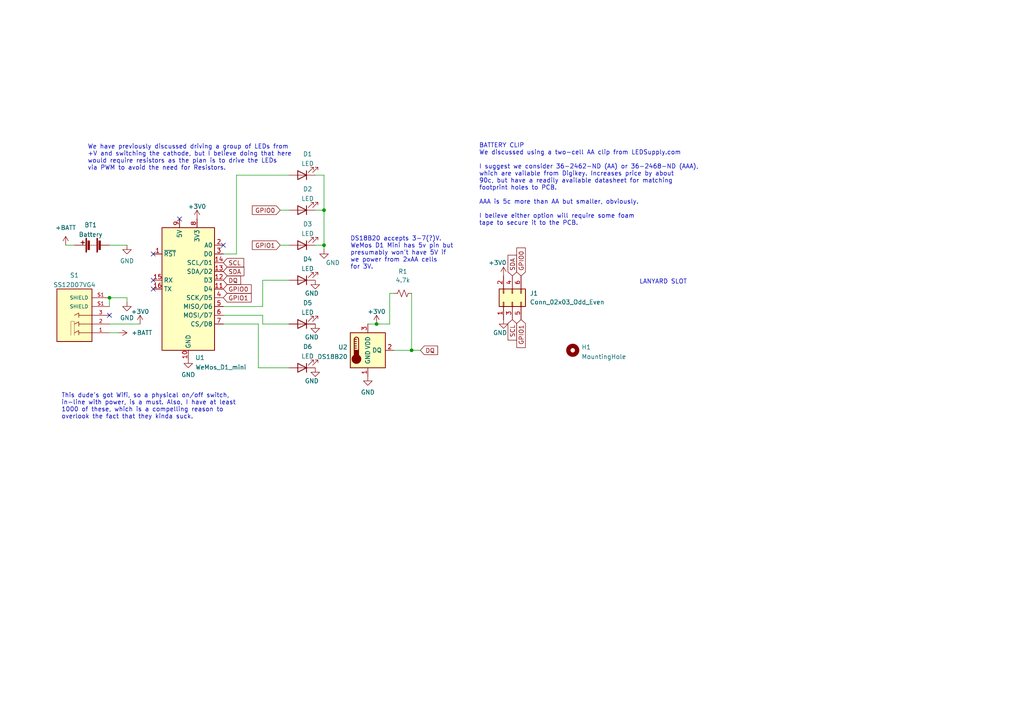
<source format=kicad_sch>
(kicad_sch (version 20211123) (generator eeschema)
  (paper "A4")
  (lib_symbols
    (symbol "Connector_Generic:Conn_02x03_Odd_Even" (pin_names (offset 1.016) hide)
      (property "Reference" "J" (at 1.27 5.08 0))
      (property "Value" "Conn_02x03_Odd_Even" (at 1.27 -5.08 0))
      (symbol "Conn_02x03_Odd_Even_1_1"
        (rectangle (start -1.27 -2.413) (end 0 -2.667) (stroke (width 0.1524)))
        (rectangle (start -1.27 0.127) (end 0 -0.127) (stroke (width 0.1524)))
        (rectangle (start -1.27 2.667) (end 0 2.413) (stroke (width 0.1524)))
        (rectangle (start -1.27 3.81) (end 3.81 -3.81) (stroke (width 0.254)) (fill (type background)))
        (rectangle (start 3.81 -2.413) (end 2.54 -2.667) (stroke (width 0.1524)))
        (rectangle (start 3.81 0.127) (end 2.54 -0.127) (stroke (width 0.1524)))
        (rectangle (start 3.81 2.667) (end 2.54 2.413) (stroke (width 0.1524)))
        (pin passive line (at -5.08 2.54 0) (length 3.81) (name "Pin_1") (number "1"))
        (pin passive line (at 7.62 2.54 180) (length 3.81) (name "Pin_2") (number "2"))
        (pin passive line (at -5.08 0 0) (length 3.81) (name "Pin_3") (number "3"))
        (pin passive line (at 7.62 0 180) (length 3.81) (name "Pin_4") (number "4"))
        (pin passive line (at -5.08 -2.54 0) (length 3.81) (name "Pin_5") (number "5"))
        (pin passive line (at 7.62 -2.54 180) (length 3.81) (name "Pin_6") (number "6"))
      )
    )
    (symbol "Device:Battery" (pin_numbers hide) (pin_names (offset 0) hide)
      (property "Reference" "BT" (at 2.54 2.54 0))
      (property "Value" "Battery" (at 2.54 0 0))
      (symbol "Battery_0_1"
        (rectangle (start -2.032 -1.397) (end 2.032 -1.651) (fill (type outline)))
        (rectangle (start -2.032 1.778) (end 2.032 1.524) (fill (type outline)))
        (rectangle (start -1.3208 -1.9812) (end 1.27 -2.4892) (fill (type outline)))
        (rectangle (start -1.3208 1.1938) (end 1.27 0.6858) (fill (type outline)))
        (polyline (pts (xy 0 -1.524) (xy 0 -1.27)))
        (polyline (pts (xy 0 -1.016) (xy 0 -0.762)))
        (polyline (pts (xy 0 -0.508) (xy 0 -0.254)))
        (polyline (pts (xy 0 0) (xy 0 0.254)))
        (polyline (pts (xy 0 0.508) (xy 0 0.762)))
        (polyline (pts (xy 0 1.778) (xy 0 2.54)))
        (polyline (pts (xy 0.254 2.667) (xy 1.27 2.667)) (stroke (width 0.254)))
        (polyline (pts (xy 0.762 3.175) (xy 0.762 2.159)) (stroke (width 0.254)))
      )
      (symbol "Battery_1_1"
        (pin passive line (at 0 5.08 270) (length 2.54) (name "+") (number "1"))
        (pin passive line (at 0 -5.08 90) (length 2.54) (name "-") (number "2"))
      )
    )
    (symbol "Device:LED" (pin_numbers hide) (pin_names (offset 1.016) hide)
      (property "Reference" "D" (at 0 2.54 0))
      (property "Value" "LED" (at 0 -2.54 0))
      (symbol "LED_0_1"
        (polyline (pts (xy -1.27 -1.27) (xy -1.27 1.27)) (stroke (width 0.254)))
        (polyline (pts (xy -1.27 0) (xy 1.27 0)))
        (polyline (pts (xy 1.27 -1.27) (xy 1.27 1.27) (xy -1.27 0) (xy 1.27 -1.27)) (stroke (width 0.254)))
        (polyline (pts (xy -3.048 -0.762) (xy -4.572 -2.286) (xy -3.81 -2.286) (xy -4.572 -2.286) (xy -4.572 -1.524)))
        (polyline (pts (xy -1.778 -0.762) (xy -3.302 -2.286) (xy -2.54 -2.286) (xy -3.302 -2.286) (xy -3.302 -1.524)))
      )
      (symbol "LED_1_1"
        (pin passive line (at -3.81 0 0) (length 2.54) (name "K") (number "1"))
        (pin passive line (at 3.81 0 180) (length 2.54) (name "A") (number "2"))
      )
    )
    (symbol "Device:R_Small_US" (pin_numbers hide) (pin_names (offset 0.254) hide)
      (property "Reference" "R" (at 0.762 0.508 0))
      (property "Value" "R_Small_US" (at 0.762 -1.016 0))
      (symbol "R_Small_US_1_1"
        (polyline (pts (xy 0 0) (xy 1.016 -0.381) (xy 0 -0.762) (xy -1.016 -1.143) (xy 0 -1.524)))
        (polyline (pts (xy 0 1.524) (xy 1.016 1.143) (xy 0 0.762) (xy -1.016 0.381) (xy 0 0)))
        (pin passive line (at 0 2.54 270) (length 1.016) (name "~") (number "1"))
        (pin passive line (at 0 -2.54 90) (length 1.016) (name "~") (number "2"))
      )
    )
    (symbol "MCU_Module:WeMos_D1_mini"
      (property "Reference" "U" (at 3.81 19.05 0))
      (property "Value" "WeMos_D1_mini" (at 1.27 -19.05 0))
      (symbol "WeMos_D1_mini_1_1"
        (rectangle (start -7.62 17.78) (end 7.62 -17.78) (stroke (width 0.254)) (fill (type background)))
        (pin input line (at -10.16 10.16 0) (length 2.54) (name "~{RST}") (number "1"))
        (pin power_in line (at 0 -20.32 90) (length 2.54) (name "GND") (number "10"))
        (pin bidirectional line (at 10.16 0 180) (length 2.54) (name "D4") (number "11"))
        (pin bidirectional line (at 10.16 2.54 180) (length 2.54) (name "D3") (number "12"))
        (pin bidirectional line (at 10.16 5.08 180) (length 2.54) (name "SDA/D2") (number "13"))
        (pin bidirectional line (at 10.16 7.62 180) (length 2.54) (name "SCL/D1") (number "14"))
        (pin input line (at -10.16 2.54 0) (length 2.54) (name "RX") (number "15"))
        (pin output line (at -10.16 0 0) (length 2.54) (name "TX") (number "16"))
        (pin input line (at 10.16 12.7 180) (length 2.54) (name "A0") (number "2"))
        (pin bidirectional line (at 10.16 10.16 180) (length 2.54) (name "D0") (number "3"))
        (pin bidirectional line (at 10.16 -2.54 180) (length 2.54) (name "SCK/D5") (number "4"))
        (pin bidirectional line (at 10.16 -5.08 180) (length 2.54) (name "MISO/D6") (number "5"))
        (pin bidirectional line (at 10.16 -7.62 180) (length 2.54) (name "MOSI/D7") (number "6"))
        (pin bidirectional line (at 10.16 -10.16 180) (length 2.54) (name "CS/D8") (number "7"))
        (pin power_out line (at 2.54 20.32 270) (length 2.54) (name "3V3") (number "8"))
        (pin power_in line (at -2.54 20.32 270) (length 2.54) (name "5V") (number "9"))
      )
    )
    (symbol "Mechanical:MountingHole" (pin_names (offset 1.016))
      (property "Reference" "H" (at 0 5.08 0))
      (property "Value" "MountingHole" (at 0 3.175 0))
      (symbol "MountingHole_0_1"
        (circle (center 0 0) (radius 1.27) (stroke (width 1.27)))
      )
    )
    (symbol "SS12D07VG4:SS12D07VG4" (pin_names (offset 1.016))
      (property "Reference" "S" (at -5.08 8.89 0))
      (property "Value" "SS12D07VG4" (at -6.35 -10.16 0))
      (symbol "SS12D07VG4_0_0"
        (rectangle (start -5.08 -7.62) (end 5.08 7.62) (stroke (width 0.254)) (fill (type background)))
        (polyline (pts (xy -5.08 0) (xy -1.27 0)) (stroke (width 0.1524)))
        (polyline (pts (xy -5.08 2.54) (xy -1.27 2.54)) (stroke (width 0.1524)))
        (polyline (pts (xy -5.08 5.08) (xy -1.27 5.08)) (stroke (width 0.1524)))
        (polyline (pts (xy -1.27 0.635) (xy -1.27 -0.635) (xy 0 0)) (stroke (width 0.1524)) (fill (type background)))
        (polyline (pts (xy -1.27 3.175) (xy -1.27 1.905) (xy 0 2.54)) (stroke (width 0.1524)) (fill (type background)))
        (polyline (pts (xy -1.27 5.715) (xy -1.27 4.445) (xy 0 5.08)) (stroke (width 0.1524)) (fill (type background)))
        (polyline (pts (xy 0 5.842) (xy 0 1.778) (xy 1.016 1.778) (xy 1.016 5.842)) (stroke (width 0.0254)) (fill (type background)))
        (pin passive line (at -10.16 5.08 0) (length 5.08) (name "~") (number "1"))
        (pin passive line (at -10.16 2.54 0) (length 5.08) (name "~") (number "2"))
        (pin passive line (at -10.16 0 0) (length 5.08) (name "~") (number "3"))
        (pin passive line (at -10.16 -5.08 0) (length 5.08) (name "SHIELD") (number "S1"))
        (pin passive line (at -10.16 -2.54 0) (length 5.08) (name "SHIELD") (number "S1"))
      )
    )
    (symbol "Sensor_Temperature:DS18B20" (pin_names (offset 1.016))
      (property "Reference" "U" (at -3.81 6.35 0))
      (property "Value" "DS18B20" (at 6.35 6.35 0))
      (symbol "DS18B20_0_1"
        (rectangle (start -5.08 5.08) (end 5.08 -5.08) (stroke (width 0.254)) (fill (type background)))
        (circle (center -3.302 -2.54) (radius 1.27) (stroke (width 0.254)) (fill (type outline)))
        (rectangle (start -2.667 -1.905) (end -3.937 0) (stroke (width 0.254)) (fill (type outline)))
        (arc (start -2.667 3.175) (mid -3.302 3.81) (end -3.937 3.175) (stroke (width 0.254)))
        (polyline (pts (xy -3.937 0.635) (xy -3.302 0.635)) (stroke (width 0.254)))
        (polyline (pts (xy -3.937 1.27) (xy -3.302 1.27)) (stroke (width 0.254)))
        (polyline (pts (xy -3.937 1.905) (xy -3.302 1.905)) (stroke (width 0.254)))
        (polyline (pts (xy -3.937 2.54) (xy -3.302 2.54)) (stroke (width 0.254)))
        (polyline (pts (xy -3.937 3.175) (xy -3.937 0)) (stroke (width 0.254)))
        (polyline (pts (xy -3.937 3.175) (xy -3.302 3.175)) (stroke (width 0.254)))
        (polyline (pts (xy -2.667 3.175) (xy -2.667 0)) (stroke (width 0.254)))
      )
      (symbol "DS18B20_1_1"
        (pin power_in line (at 0 -7.62 90) (length 2.54) (name "GND") (number "1"))
        (pin bidirectional line (at 7.62 0 180) (length 2.54) (name "DQ") (number "2"))
        (pin power_in line (at 0 7.62 270) (length 2.54) (name "VDD") (number "3"))
      )
    )
    (symbol "power:+3V0" (power) (pin_names (offset 0))
      (property "Value" "+3V0" (at 0 3.556 0))
      (symbol "+3V0_0_1"
        (polyline (pts (xy -0.762 1.27) (xy 0 2.54)))
        (polyline (pts (xy 0 0) (xy 0 2.54)))
        (polyline (pts (xy 0 2.54) (xy 0.762 1.27)))
      )
      (symbol "+3V0_1_1"
        (pin power_in line (at 0 0 90) (length 0) hide (name "+3V0") (number "1"))
      )
    )
    (symbol "power:+BATT" (power) (pin_names (offset 0))
      (property "Value" "+BATT" (at 0 3.556 0))
      (symbol "+BATT_0_1"
        (polyline (pts (xy -0.762 1.27) (xy 0 2.54)))
        (polyline (pts (xy 0 0) (xy 0 2.54)))
        (polyline (pts (xy 0 2.54) (xy 0.762 1.27)))
      )
      (symbol "+BATT_1_1"
        (pin power_in line (at 0 0 90) (length 0) hide (name "+BATT") (number "1"))
      )
    )
    (symbol "power:GND" (power) (pin_names (offset 0))
      (property "Value" "GND" (at 0 -3.81 0))
      (symbol "GND_0_1"
        (polyline (pts (xy 0 0) (xy 0 -1.27) (xy 1.27 -1.27) (xy 0 -2.54) (xy -1.27 -1.27) (xy 0 -1.27)))
      )
      (symbol "GND_1_1"
        (pin power_in line (at 0 0 270) (length 0) hide (name "GND") (number "1"))
      )
    )
  )
  (junction (at 109.22 93.98))
  (junction (at 93.98 71.12))
  (junction (at 93.98 60.96))
  (junction (at 119.38 101.6))
  (junction (at 31.75 86.36))
  (no_connect (at 31.75 91.44))
  (no_connect (at 64.77 71.12))
  (no_connect (at 44.45 73.66))
  (no_connect (at 52.07 63.5))
  (no_connect (at 44.45 81.28))
  (no_connect (at 44.45 83.82))
  (wire (pts (xy 81.28 60.96) (xy 83.82 60.96)))
  (wire (pts (xy 19.05 71.12) (xy 21.59 71.12)))
  (wire (pts (xy 74.93 93.98) (xy 74.93 106.68)))
  (wire (pts (xy 64.77 93.98) (xy 74.93 93.98)))
  (wire (pts (xy 34.29 96.52) (xy 31.75 96.52)))
  (wire (pts (xy 31.75 86.36) (xy 31.75 88.9)))
  (wire (pts (xy 114.3 101.6) (xy 119.38 101.6)))
  (wire (pts (xy 93.98 60.96) (xy 93.98 71.12)))
  (wire (pts (xy 83.82 93.98) (xy 76.2 93.98)))
  (wire (pts (xy 93.98 50.8) (xy 93.98 60.96)))
  (wire (pts (xy 74.93 106.68) (xy 83.82 106.68)))
  (wire (pts (xy 91.44 50.8) (xy 93.98 50.8)))
  (wire (pts (xy 81.28 71.12) (xy 83.82 71.12)))
  (wire (pts (xy 93.98 71.12) (xy 93.98 72.39)))
  (wire (pts (xy 91.44 71.12) (xy 93.98 71.12)))
  (wire (pts (xy 114.3 85.09) (xy 113.03 85.09)))
  (wire (pts (xy 113.03 93.98) (xy 109.22 93.98)))
  (wire (pts (xy 31.75 86.36) (xy 36.83 86.36)))
  (wire (pts (xy 68.58 50.8) (xy 83.82 50.8)))
  (wire (pts (xy 76.2 91.44) (xy 64.77 91.44)))
  (wire (pts (xy 36.83 86.36) (xy 36.83 87.63)))
  (wire (pts (xy 64.77 88.9) (xy 76.2 88.9)))
  (wire (pts (xy 76.2 81.28) (xy 83.82 81.28)))
  (wire (pts (xy 31.75 93.98) (xy 40.64 93.98)))
  (wire (pts (xy 68.58 73.66) (xy 68.58 50.8)))
  (wire (pts (xy 76.2 88.9) (xy 76.2 81.28)))
  (wire (pts (xy 106.68 93.98) (xy 109.22 93.98)))
  (wire (pts (xy 113.03 85.09) (xy 113.03 93.98)))
  (wire (pts (xy 76.2 93.98) (xy 76.2 91.44)))
  (wire (pts (xy 119.38 85.09) (xy 119.38 101.6)))
  (wire (pts (xy 31.75 71.12) (xy 36.83 71.12)))
  (wire (pts (xy 64.77 73.66) (xy 68.58 73.66)))
  (wire (pts (xy 119.38 101.6) (xy 121.92 101.6)))
  (wire (pts (xy 91.44 60.96) (xy 93.98 60.96)))
  (text "We have previously discussed driving a group of LEDs from \n+V and switching the cathode, but I believe doing that here\nwould require resistors as the plan is to drive the LEDs\nvia PWM to avoid the need for Resistors." (at 25.4 49.53 0) (effects (font (size 1.27 1.27)) (justify left bottom)))
  (text "BATTERY CLIP\nWe discussed using a two-cell AA clip from LEDSupply.com\n\nI suggest we consider 36-2462-ND (AA) or 36-2468-ND (AAA),\nwhich are vailable from Digikey. Increases price by about\n90c, but have a readily available datasheet for matching\nfootprint holes to PCB.\n\nAAA is 5c more than AA but smaller, obviously.\n\nI believe either option will require some foam\ntape to secure it to the PCB.\n" (at 138.938 65.532 0) (effects (font (size 1.27 1.27)) (justify left bottom)))
  (text "LANYARD SLOT" (at 185.42 82.55 0) (effects (font (size 1.27 1.27)) (justify left bottom)))
  (text "This dude's got Wifi, so a physical on/off switch,\nin-line with power, is a must. Also, I have at least\n1000 of these, which is a compelling reason to\noverlook the fact that they kinda suck." (at 17.78 121.666 0) (effects (font (size 1.27 1.27)) (justify left bottom)))
  (text "DS18B20 accepts 3-7(?)V.\nWeMos D1 Mini has 5v pin but\npresumably won't have 5V if\nwe power from 2xAA cells\nfor 3V." (at 101.6 78.232 0) (effects (font (size 1.27 1.27)) (justify left bottom)))
  (global_label "DQ" (shape input) (at 121.92 101.6 0) (property "Intersheet References" "${INTERSHEET_REFS}" (effects hide)))
  (global_label "GPIO1" (shape input) (at 151.13 92.71 270) (property "Intersheet References" "${INTERSHEET_REFS}" (effects hide)))
  (global_label "GPIO0" (shape input) (at 64.77 83.82 0) (property "Intersheet References" "${INTERSHEET_REFS}" (effects hide)))
  (global_label "GPIO0" (shape input) (at 81.28 60.96 180) (property "Intersheet References" "${INTERSHEET_REFS}" (effects hide)))
  (global_label "SCL" (shape input) (at 148.59 92.71 270) (property "Intersheet References" "${INTERSHEET_REFS}" (effects hide)))
  (global_label "SDA" (shape input) (at 64.77 78.74 0) (property "Intersheet References" "${INTERSHEET_REFS}" (effects hide)))
  (global_label "DQ" (shape input) (at 64.77 81.28 0) (property "Intersheet References" "${INTERSHEET_REFS}" (effects hide)))
  (global_label "GPIO0" (shape input) (at 151.13 80.01 90) (property "Intersheet References" "${INTERSHEET_REFS}" (effects hide)))
  (global_label "SCL" (shape input) (at 64.77 76.2 0) (property "Intersheet References" "${INTERSHEET_REFS}" (effects hide)))
  (global_label "SDA" (shape input) (at 148.59 80.01 90) (property "Intersheet References" "${INTERSHEET_REFS}" (effects hide)))
  (global_label "GPIO1" (shape input) (at 81.28 71.12 180) (property "Intersheet References" "${INTERSHEET_REFS}" (effects hide)))
  (global_label "GPIO1" (shape input) (at 64.77 86.36 0) (property "Intersheet References" "${INTERSHEET_REFS}" (effects hide)))
  (symbol (lib_id "power:GND") (at 146.05 92.71 0) (unit 1)
    (property "Reference" "#PWR0107" (effects hide))
    (property "Value" "GND" (at 145.034 96.52 0))
  )
  (symbol (lib_id "power:GND") (at 36.83 87.63 0) (unit 1)
    (property "Reference" "#PWR0115" (effects hide))
    (property "Value" "GND" (at 36.83 92.1925 0))
  )
  (symbol (lib_id "power:GND") (at 91.44 93.98 0) (unit 1)
    (property "Reference" "#PWR0103" (effects hide))
    (property "Value" "GND" (at 90.424 97.79 0))
  )
  (symbol (lib_id "Connector_Generic:Conn_02x03_Odd_Even") (at 148.59 87.63 90) (unit 1)
    (property "Reference" "J1" (at 153.67 85.0899 90) (effects (justify right)))
    (property "Value" "Conn_02x03_Odd_Even" (at 153.67 87.6299 90) (effects (justify right)))
    (property "Footprint" "Connector_PinSocket_2.54mm:PinSocket_2x03_P2.54mm_Vertical" (effects hide))
  )
  (symbol (lib_id "power:+3V0") (at 57.15 63.5 0) (unit 1)
    (property "Reference" "#PWR0102" (effects hide))
    (property "Value" "+3V0" (at 57.15 59.8955 0))
  )
  (symbol (lib_id "Device:LED") (at 87.63 106.68 180) (unit 1)
    (property "Reference" "D6" (at 89.2175 100.5545 0))
    (property "Value" "LED" (at 89.2175 103.3296 0))
    (property "Footprint" "LED_THT:LED_D5.0mm" (effects hide))
  )
  (symbol (lib_id "power:+BATT") (at 19.05 71.12 0) (unit 1)
    (property "Reference" "#PWR0111" (effects hide))
    (property "Value" "+BATT" (at 19.05 66.04 0))
  )
  (symbol (lib_id "Sensor_Temperature:DS18B20") (at 106.68 101.6 0) (unit 1)
    (property "Reference" "U2" (at 100.838 100.6915 0) (effects (justify right)))
    (property "Value" "DS18B20" (at 100.838 103.4666 0) (effects (justify right)))
    (property "Footprint" "Package_TO_SOT_THT:TO-92_Inline" (effects hide))
    (property "Datasheet" "http://datasheets.maximintegrated.com/en/ds/DS18B20.pdf" (effects hide))
  )
  (symbol (lib_id "power:GND") (at 93.98 72.39 0) (unit 1)
    (property "Reference" "#PWR0106" (effects hide))
    (property "Value" "GND" (at 96.52 76.2 0))
  )
  (symbol (lib_id "Device:LED") (at 87.63 50.8 180) (unit 1)
    (property "Reference" "D1" (at 89.2175 44.6745 0))
    (property "Value" "LED" (at 89.2175 47.4496 0))
    (property "Footprint" "LED_THT:LED_D5.0mm" (effects hide))
  )
  (symbol (lib_id "power:GND") (at 91.44 81.28 0) (unit 1)
    (property "Reference" "#PWR0101" (effects hide))
    (property "Value" "GND" (at 90.424 85.09 0))
  )
  (symbol (lib_id "power:GND") (at 91.44 106.68 0) (unit 1)
    (property "Reference" "#PWR0104" (effects hide))
    (property "Value" "GND" (at 90.424 110.49 0))
  )
  (symbol (lib_id "power:+3V0") (at 109.22 93.98 0) (unit 1)
    (property "Reference" "#PWR0105" (effects hide))
    (property "Value" "+3V0" (at 109.22 90.3755 0))
  )
  (symbol (lib_id "Mechanical:MountingHole") (at 166.116 101.6 0) (unit 1)
    (property "Reference" "H1" (at 168.656 100.6915 0) (effects (justify left)))
    (property "Value" "MountingHole" (at 168.656 103.4666 0) (effects (justify left)))
    (property "Footprint" "lanyard_slot:lanyard_slot" (effects hide))
  )
  (symbol (lib_id "power:+3V0") (at 40.64 93.98 0) (unit 1)
    (property "Reference" "#PWR0112" (effects hide))
    (property "Value" "+3V0" (at 40.64 90.3755 0))
  )
  (symbol (lib_id "Device:LED") (at 87.63 93.98 180) (unit 1)
    (property "Reference" "D5" (at 89.2175 87.8545 0))
    (property "Value" "LED" (at 89.2175 90.6296 0))
    (property "Footprint" "LED_THT:LED_D5.0mm" (effects hide))
  )
  (symbol (lib_id "power:+3V0") (at 146.05 80.01 0) (unit 1)
    (property "Reference" "#PWR0108" (effects hide))
    (property "Value" "+3V0" (at 144.272 76.2 0))
  )
  (symbol (lib_id "power:GND") (at 54.61 104.14 0) (unit 1)
    (property "Reference" "#PWR0113" (effects hide))
    (property "Value" "GND" (at 54.61 108.7025 0))
  )
  (symbol (lib_id "power:GND") (at 36.83 71.12 0) (unit 1)
    (property "Reference" "#PWR0110" (effects hide))
    (property "Value" "GND" (at 36.83 75.6825 0))
  )
  (symbol (lib_id "power:GND") (at 106.68 109.22 0) (unit 1)
    (property "Reference" "#PWR0109" (effects hide))
    (property "Value" "GND" (at 106.68 113.7825 0))
  )
  (symbol (lib_id "MCU_Module:WeMos_D1_mini") (at 54.61 83.82 0) (unit 1)
    (property "Reference" "U1" (at 56.6294 103.7495 0) (effects (justify left)))
    (property "Value" "WeMos_D1_mini" (at 56.6294 106.5246 0) (effects (justify left)))
    (property "Footprint" "Module:WEMOS_D1_mini_light" (effects hide))
    (property "Datasheet" "https://wiki.wemos.cc/products:d1:d1_mini#documentation" (effects hide))
  )
  (symbol (lib_id "Device:LED") (at 87.63 81.28 180) (unit 1)
    (property "Reference" "D4" (at 89.2175 75.1545 0))
    (property "Value" "LED" (at 89.2175 77.9296 0))
    (property "Footprint" "LED_THT:LED_D5.0mm" (effects hide))
  )
  (symbol (lib_id "Device:LED") (at 87.63 71.12 180) (unit 1)
    (property "Reference" "D3" (at 89.2175 64.9945 0))
    (property "Value" "LED" (at 89.2175 67.7696 0))
    (property "Footprint" "LED_THT:LED_D5.0mm" (effects hide))
  )
  (symbol (lib_id "Device:R_Small_US") (at 116.84 85.09 90) (unit 1)
    (property "Reference" "R1" (at 116.84 78.74 90))
    (property "Value" "4.7k" (at 116.84 81.28 90))
    (property "Footprint" "Resistor_THT:R_Axial_DIN0207_L6.3mm_D2.5mm_P10.16mm_Horizontal" (effects hide))
  )
  (symbol (lib_id "Device:LED") (at 87.63 60.96 180) (unit 1)
    (property "Reference" "D2" (at 89.2175 54.8345 0))
    (property "Value" "LED" (at 89.2175 57.6096 0))
    (property "Footprint" "LED_THT:LED_D5.0mm" (effects hide))
  )
  (symbol (lib_id "SS12D07VG4:SS12D07VG4") (at 21.59 91.44 180) (unit 1)
    (property "Reference" "S1" (at 21.59 79.8535 0))
    (property "Value" "SS12D07VG4" (at 21.59 82.6286 0))
    (property "Footprint" "SS12D07VG4:SW_SS12D07VG4" (effects hide))
    (property "PARTREV" "1" (effects hide))
    (property "STANDARD" "Manufacturer Recommendations" (effects hide))
    (property "MANUFACTURER" "Shouhan" (effects hide))
    (property "MAXIMUM_PACKAGE_HEIGHT" "8.7mm" (effects hide))
  )
  (symbol (lib_id "power:+BATT") (at 34.29 96.52 270) (unit 1)
    (property "Reference" "#PWR0114" (effects hide))
    (property "Value" "+BATT" (at 38.1 96.5199 90) (effects (justify left)))
  )
  (symbol (lib_id "Device:Battery") (at 26.67 71.12 90) (unit 1)
    (property "Reference" "BT1" (at 26.289 65.2485 90))
    (property "Value" "Battery" (at 26.289 68.0236 90))
    (property "Footprint" "Battery:BatteryHolder_Keystone_2468_2xAAA" (effects hide))
  )
)
</source>
